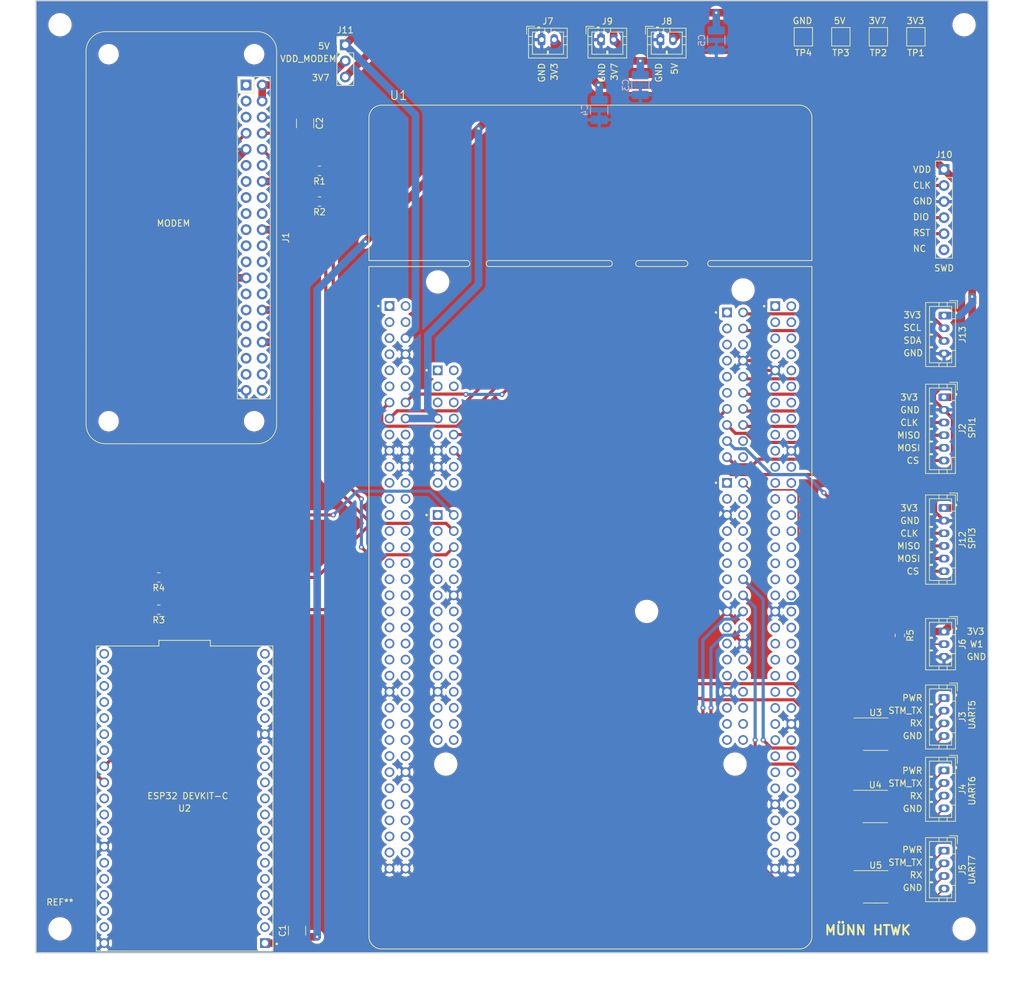
<source format=kicad_pcb>
(kicad_pcb (version 20221018) (generator pcbnew)
  (layers (0 "F.Cu" signal) (31 "B.Cu" signal) (34 "B.Paste" user) (35 "F.Paste" user) (36 "B.SilkS" user "B.Silkscreen") (37 "F.SilkS" user "F.Silkscreen") (38 "B.Mask" user) (39 "F.Mask" user) (44 "Edge.Cuts" user))
  (net 0 "")
  (net 6 "VDD_MODEM")
  (net 8 "GND")
  (net 13 "/NUCLEO_CN11/PIN_A14")
  (net 14 "/NUCLEO_CN11/PIN_A13")
  (net 15 "/NUCLEO_CN11/RESET")
  (net 16 "+3V3")
  (net 77 "Net-(J3-Pin_1)")
  (net 82 "/LTE-MODEM/MODEM_ENABLE")
  (net 84 "/LTE-MODEM/MODEM_RX")
  (net 86 "/LTE-MODEM/MODEM_TX")
  (net 108 "/I2C_OUT/SCL")
  (net 110 "Net-(J3-Pin_2)")
  (net 121 "Net-(J3-Pin_3)")
  (net 123 "Net-(J3-Pin_4)")
  (net 124 "Net-(J4-Pin_1)")
  (net 126 "Net-(J4-Pin_2)")
  (net 138 "/I2C_OUT/SDA")
  (net 144 "Net-(J4-Pin_3)")
  (net 145 "Net-(J4-Pin_4)")
  (net 146 "Net-(J5-Pin_1)")
  (net 148 "Net-(J5-Pin_2)")
  (net 249 "+5V")
  (net 275 "/NUCLEO_CN9/USART2_TX")
  (net 276 "/NUCLEO_CN9/USART2_RX")
  (net 277 "/ESP-32/esp-rx")
  (net 278 "/ESP-32/esp-tx")
  (net 279 "Net-(J5-Pin_3)")
  (net 280 "Net-(J5-Pin_4)")
  (net 281 "/DS18B20_OUT/DS18B20_DATA")
  (net 282 "/NUCLEO_CN8/UART5_TX")
  (net 283 "/NUCLEO_CN8/UART5_RX")
  (net 284 "/NUCLEO_CN10/USART6_TX")
  (net 285 "/NUCLEO_CN10/USART6_RX")
  (net 286 "/NUCLEO_CN10/UART7_RX")
  (net 287 "/NUCLEO_CN10/UART7_TX")
  (net 288 "Net-(J11-Pin_3)")
  (net 290 "/CAMERA_OUT/SPI1_CLK")
  (net 291 "/CAMERA_OUT/SPI1_MISO")
  (net 292 "/CAMERA_OUT/SPI1_MOSI")
  (net 293 "/CAMERA_OUT/SPI1_CS")
  (net 294 "/CAMERA_OUT/SPI3_CLK")
  (net 295 "/CAMERA_OUT/SPI3_MISO")
  (net 296 "/CAMERA_OUT/SPI3_MOSI")
  (net 297 "/CAMERA_OUT/SPI3_CS")
  (footprint "Package_SO:SOIC-8_3.9x4.9mm_P1.27mm" (layer "F.Cu") (at 163.13 149.575)
    (fp_text reference "U4")
    (fp_text value "~")
  )
  (footprint "MountingHole:MountingHole_3.2mm_M3" (layer "F.Cu") (at 34.29 168.91)
    (fp_text reference "REF**")
    (fp_text value "MountingHole_3.2mm_M3" hide)
  )
  (footprint "Connector_PinHeader_2.54mm:PinHeader_1x03_P2.54mm_Vertical" (layer "F.Cu") (at 79.375 29.21)
    (fp_text reference "J11")
    (fp_text value "JUMPER_MODEM_POWER")
  )
  (footprint "esp:MODULE_ESP32-DEVKITC" (layer "F.Cu") (at 53.975 148.315 180)
    (fp_text reference "U2")
    (fp_text value "ESP32-DEVKITC")
  )
  (footprint "Connector_JST:JST_PH_B4B-PH-K_1x04_P2.00mm_Vertical" (layer "F.Cu") (at 173.99 156.56 -90)
    (fp_text reference "J5")
    (fp_text value "UART3")
  )
  (footprint "TestPoint:TestPoint_Pad_2.5x2.5mm" (layer "F.Cu") (at 163.618332 27.94 180)
    (fp_text reference "TP2")
    (fp_text value "TP_3V7")
  )
  (footprint "Capacitor_SMD:C_1210_3225Metric_Pad1.33x2.70mm_HandSolder" (layer "F.Cu") (at 73.025 41.6175 -90)
    (fp_text reference "C2")
    (fp_text value "100nF")
  )
  (footprint "Connector_PinHeader_2.54mm:PinHeader_1x06_P2.54mm_Vertical" (layer "F.Cu") (at 173.99 48.895)
    (fp_text reference "J10")
    (fp_text value "SWD")
  )
  (footprint "Connector_JST:JST_PH_B4B-PH-K_1x04_P2.00mm_Vertical" (layer "F.Cu") (at 174 72 -90)
    (fp_text reference "J13")
    (fp_text value "Conn_01x04")
  )
  (footprint "Connector_JST:JST_PH_B4B-PH-K_1x04_P2.00mm_Vertical" (layer "F.Cu") (at 173.99 132.43 -90)
    (fp_text reference "J3")
    (fp_text value "UART2")
  )
  (footprint "Connector_JST:JST_PH_B2B-PH-K_1x02_P2.00mm_Vertical" (layer "F.Cu") (at 129.175 28.39)
    (fp_text reference "J8")
    (fp_text value "5V_IN")
  )
  (footprint "Capacitor_SMD:C_1210_3225Metric_Pad1.33x2.70mm_HandSolder" (layer "F.Cu") (at 71.755 169.2025 90)
    (fp_text reference "C1")
    (fp_text value "100nF")
  )
  (footprint "Connector_JST:JST_PH_B3B-PH-K_1x03_P2.00mm_Vertical" (layer "F.Cu") (at 173.99 121.92 -90)
    (fp_text reference "J6")
    (fp_text value "DS18B20")
  )
  (footprint "Connector_JST:JST_PH_B6B-PH-K_1x06_P2.00mm_Vertical" (layer "F.Cu") (at 173.99 84.9 -90)
    (fp_text reference "J2")
    (fp_text value "SPI1")
  )
  (footprint "Package_SO:SOIC-8_3.9x4.9mm_P1.27mm" (layer "F.Cu") (at 163.195 138.145)
    (fp_text reference "U3")
    (fp_text value "~")
  )
  (footprint "MountingHole:MountingHole_3.2mm_M3" (layer "F.Cu") (at 177.165 168.91)
    (fp_text reference "REF**" hide)
    (fp_text value "MountingHole_3.2mm_M3")
  )
  (footprint "Resistor_SMD:R_0805_2012Metric_Pad1.20x1.40mm_HandSolder" (layer "F.Cu") (at 75.295 53.975 180)
    (fp_text reference "R2")
    (fp_text value "0R")
  )
  (footprint "TestPoint:TestPoint_Pad_2.5x2.5mm" (layer "F.Cu") (at 169.545 27.94 180)
    (fp_text reference "TP1")
    (fp_text value "TP_3V3")
  )
  (footprint "Resistor_SMD:R_0805_2012Metric_Pad1.20x1.40mm_HandSolder" (layer "F.Cu") (at 49.895 113.38 180)
    (fp_text reference "R4")
    (fp_text value "0R")
  )
  (footprint "Connector_JST:JST_PH_B6B-PH-K_1x06_P2.00mm_Vertical" (layer "F.Cu") (at 173.99 102.395 -90)
    (fp_text reference "J12")
    (fp_text value "SPI3")
  )
  (footprint "Connector_JST:JST_PH_B2B-PH-K_1x02_P2.00mm_Vertical" (layer "F.Cu") (at 119.785 28.39)
    (fp_text reference "J9")
    (fp_text value "3V7_IN")
  )
  (footprint "Resistor_SMD:R_0805_2012Metric_Pad1.20x1.40mm_HandSolder" (layer "F.Cu") (at 49.895 118.46 180)
    (fp_text reference "R3")
    (fp_text value "0R")
  )
  (footprint "MountingHole:MountingHole_3.2mm_M3" (layer "F.Cu") (at 177.165 26.035)
    (fp_text reference "REF**" hide)
    (fp_text value "MountingHole_3.2mm_M3")
  )
  (footprint "Resistor_SMD:R_0805_2012Metric_Pad1.20x1.40mm_HandSolder" (layer "F.Cu") (at 167.005 122.555 -90)
    (fp_text reference "R5")
    (fp_text value "10K")
  )
  (footprint "TestPoint:TestPoint_Pad_2.5x2.5mm" (layer "F.Cu") (at 151.765 27.94 180)
    (fp_text reference "TP4")
    (fp_text value "TP_GND")
  )
  (footprint "Package_SO:SOIC-8_3.9x4.9mm_P1.27mm" (layer "F.Cu") (at 163.195 162.275)
    (fp_text reference "U5")
    (fp_text value "~")
  )
  (footprint "MountingHole:MountingHole_3.2mm_M3" (layer "F.Cu") (at 34.29 26.035)
    (fp_text reference "REF**" hide)
    (fp_text value "MountingHole_3.2mm_M3")
  )
  (footprint "Resistor_SMD:R_0805_2012Metric_Pad1.20x1.40mm_HandSolder" (layer "F.Cu") (at 75.295 49.12 180)
    (fp_text reference "R1")
    (fp_text value "0R")
  )
  (footprint "Connector_JST:JST_PH_B2B-PH-K_1x02_P2.00mm_Vertical" (layer "F.Cu") (at 110.395 28.39)
    (fp_text reference "J7")
    (fp_text value "3V3_IN")
  )
  (footprint "TestPoint:TestPoint_Pad_2.5x2.5mm" (layer "F.Cu") (at 157.691666 27.94 180)
    (fp_text reference "TP3")
    (fp_text value "TP_5V")
  )
  (footprint "pi_hat:PI_ZERO_HAT" (layer "F.Cu") (at 63.7 35.56)
    (fp_text reference "J1")
    (fp_text value "Raspberry_Pi_2_3")
  )
  (footprint "nucleo:MODULE_NUCLEOF756ZG" (layer "F.Cu") (at 118.11 105.415)
    (fp_text reference "U1")
    (fp_text value "NUCLEOF756ZG")
  )
  (footprint "Connector_JST:JST_PH_B4B-PH-K_1x04_P2.00mm_Vertical" (layer "F.Cu") (at 173.99 143.86 -90)
    (fp_text reference "J4")
    (fp_text value "UART2")
  )
  (footprint "Capacitor_SMD:C_1210_3225Metric_Pad1.33x2.70mm_HandSolder" (layer "B.Cu") (at 126 35.5625 -90)
    (fp_text reference "C3")
    (fp_text value "C")
  )
  (footprint "Capacitor_SMD:C_1210_3225Metric_Pad1.33x2.70mm_HandSolder" (layer "B.Cu") (at 119.5 39.5 -90)
    (fp_text reference "C4")
    (fp_text value "C")
  )
  (footprint "Capacitor_SMD:C_1210_3225Metric_Pad1.33x2.70mm_HandSolder" (layer "B.Cu") (at 138 28.5 -90)
    (fp_text reference "C5")
    (fp_text value "C")
  )
  (gr_line (start 180.975 22.225) (end 30.48 22.225) (stroke (width 0.2)) (layer "Edge.Cuts"))
  (gr_line (start 30.48 172.72) (end 180.975 172.72) (stroke (width 0.2)) (layer "Edge.Cuts"))
  (gr_line (start 180.975 172.72) (end 180.975 22.225) (stroke (width 0.2)) (layer "Edge.Cuts"))
  (gr_line (start 30.48 22.225) (end 30.48 172.72) (stroke (width 0.2)) (layer "Edge.Cuts"))
  (gr_text "RST" (at 169 59.5) (layer "F.SilkS") (effects (font (size 1 1)) (justify left bottom)))
  (gr_text "GND" (at 167.5 78.5) (layer "F.SilkS") (effects (font (size 1 1)) (justify left bottom)))
  (gr_text "RX" (at 168.5 137) (layer "F.SilkS") (effects (font (size 1 1)) (justify left bottom)))
  (gr_text "MODEM" (at 49.5 58) (layer "F.SilkS") (effects (font (size 1 1)) (justify left bottom)))
  (gr_text "STM_TX\n" (at 165.119047 159) (layer "F.SilkS") (effects (font (size 1 1)) (justify left bottom)))
  (gr_text "GND" (at 169 54.5) (layer "F.SilkS") (effects (font (size 1 1)) (justify left bottom)))
  (gr_text "GND\n" (at 120.5 35.238095 90) (layer "F.SilkS") (effects (font (size 1 1)) (justify left bottom)))
  (gr_text "ESP32 DEVKIT-C" (at 48 148.5) (layer "F.SilkS") (effects (font (size 1 1)) (justify left bottom)))
  (gr_text "PWR" (at 167.309524 133) (layer "F.SilkS") (effects (font (size 1 1)) (justify left bottom)))
  (gr_text "GND\n" (at 167 87.5) (layer "F.SilkS") (effects (font (size 1 1)) (justify left bottom)))
  (gr_text "VDD" (at 169 49.5) (layer "F.SilkS") (effects (font (size 1 1)) (justify left bottom)))
  (gr_text "NC" (at 169 62) (layer "F.SilkS") (effects (font (size 1 1)) (justify left bottom)))
  (gr_text "UART7" (at 179 162 90) (layer "F.SilkS") (effects (font (size 1 1)) (justify left bottom)))
  (gr_text "CS" (at 168 95.5) (layer "F.SilkS") (effects (font (size 1 1)) (justify left bottom)))
  (gr_text "GND\n" (at 167 105) (layer "F.SilkS") (effects (font (size 1 1)) (justify left bottom)))
  (gr_text "3V3\n" (at 167 85.5) (layer "F.SilkS") (effects (font (size 1 1)) (justify left bottom)))
  (gr_text "SDA" (at 167.5 76.5) (layer "F.SilkS") (effects (font (size 1 1)) (justify left bottom)))
  (gr_text "3V7\n" (at 122.5 34.952381 90) (layer "F.SilkS") (effects (font (size 1 1)) (justify left bottom)))
  (gr_text "SCL" (at 167.5 74.5) (layer "F.SilkS") (effects (font (size 1 1)) (justify left bottom)))
  (gr_text "3V3\n" (at 167 103) (layer "F.SilkS") (effects (font (size 1 1)) (justify left bottom)))
  (gr_text "5V" (at 75 30) (layer "F.SilkS") (effects (font (size 1 1)) (justify left bottom)))
  (gr_text "STM_TX\n" (at 165.119047 135) (layer "F.SilkS") (effects (font (size 1 1)) (justify left bottom)))
  (gr_text "STM_TX\n" (at 165.119047 146.5) (layer "F.SilkS") (effects (font (size 1 1)) (justify left bottom)))
  (gr_text "3V7" (at 74 35) (layer "F.SilkS") (effects (font (size 1 1)) (justify left bottom)))
  (gr_text "3V7" (at 162 26) (layer "F.SilkS") (effects (font (size 1 1)) (justify left bottom)))
  (gr_text "PWR" (at 167.309524 157) (layer "F.SilkS") (effects (font (size 1 1)) (justify left bottom)))
  (gr_text "MISO\n" (at 166.5 109) (layer "F.SilkS") (effects (font (size 1 1)) (justify left bottom)))
  (gr_text "RX" (at 168.5 161) (layer "F.SilkS") (effects (font (size 1 1)) (justify left bottom)))
  (gr_text "RX" (at 168.5 148.5) (layer "F.SilkS") (effects (font (size 1 1)) (justify left bottom)))
  (gr_text "SPI1" (at 179 91.5 90) (layer "F.SilkS") (effects (font (size 1 1)) (justify left bottom)))
  (gr_text "UART5" (at 179 137.5 90) (layer "F.SilkS") (effects (font (size 1 1)) (justify left bottom)))
  (gr_text "VDD_MODEM" (at 69 32) (layer "F.SilkS") (effects (font (size 1 1)) (justify left bottom)))
  (gr_text "3V3" (at 168 26) (layer "F.SilkS") (effects (font (size 1 1)) (justify left bottom)))
  (gr_text "SPI3" (at 179 109 90) (layer "F.SilkS") (effects (font (size 1 1)) (justify left bottom)))
  (gr_text "GND" (at 111 35.238095 90) (layer "F.SilkS") (effects (font (size 1 1)) (justify left bottom)))
  (gr_text "PWR" (at 167.309524 144.5) (layer "F.SilkS") (effects (font (size 1 1)) (justify left bottom)))
  (gr_text "5V" (at 132 34 90) (layer "F.SilkS") (effects (font (size 1 1)) (justify left bottom)))
  (gr_text "GND" (at 129.5 35.238095 90) (layer "F.SilkS") (effects (font (size 1 1)) (justify left bottom)))
  (gr_text "UART6" (at 179 149.5 90) (layer "F.SilkS") (effects (font (size 1 1)) (justify left bottom)))
  (gr_text "3V3" (at 167.5 72.5) (layer "F.SilkS") (effects (font (size 1 1)) (justify left bottom)))
  (gr_text "GND" (at 150 26) (layer "F.SilkS") (effects (font (size 1 1)) (justify left bottom)))
  (gr_text "MISO\n" (at 166.5 91.5) (layer "F.SilkS") (effects (font (size 1 1)) (justify left bottom)))
  (gr_text "CLK\n" (at 167 89.5) (layer "F.SilkS") (effects (font (size 1 1)) (justify left bottom)))
  (gr_text "GND" (at 167.404762 163) (layer "F.SilkS") (effects (font (size 1 1)) (justify left bottom)))
  (gr_text "DIO" (at 169 57) (layer "F.SilkS") (effects (font (size 1 1)) (justify left bottom)))
  (gr_text "3V3\n" (at 113 34.952381 90) (layer "F.SilkS") (effects (font (size 1 1)) (justify left bottom)))
  (gr_text "MOSI\n" (at 166.5 111) (layer "F.SilkS") (effects (font (size 1 1)) (justify left bottom)))
  (gr_text "3V3" (at 177.5 122.5) (layer "F.SilkS") (effects (font (size 1 1)) (justify left bottom)))
  (gr_text "MÜNN HTWK\n" (at 155 170) (layer "F.SilkS") (effects (font (size 1.5 1.5) (thickness 0.3) bold) (justify left bottom)))
  (gr_text "CLK" (at 169 52) (layer "F.SilkS") (effects (font (size 1 1)) (justify left bottom)))
  (gr_text "5V" (at 156.5 26) (layer "F.SilkS") (effects (font (size 1 1)) (justify left bottom)))
  (gr_text "GND" (at 167.404762 150.5) (layer "F.SilkS") (effects (font (size 1 1)) (justify left bottom)))
  (gr_text "W1" (at 178 124.5) (layer "F.SilkS") (effects (font (size 1 1)) (justify left bottom)))
  (gr_text "GND" (at 167.404762 139) (layer "F.SilkS") (effects (font (size 1 1)) (justify left bottom)))
  (gr_text "MOSI\n" (at 166.5 93.5) (layer "F.SilkS") (effects (font (size 1 1)) (justify left bottom)))
  (gr_text "CS" (at 168 113) (layer "F.SilkS") (effects (font (size 1 1)) (justify left bottom)))
  (gr_text "CLK\n" (at 167 107) (layer "F.SilkS") (effects (font (size 1 1)) (justify left bottom)))
  (gr_text "GND" (at 177.5 126.5) (layer "F.SilkS") (effects (font (size 1 1)) (justify left bottom)))
  (segment (start 73.025 38.1) (end 75.565 35.56) (width 1.2) (layer "F.Cu") (net 6))
  (segment (start 73.025 40.055) (end 73.025 38.1) (width 1.2) (layer "F.Cu") (net 6))
  (segment (start 75.565 35.56) (end 79.375 31.75) (width 1.2) (layer "F.Cu") (net 6))
  (segment (start 66.24 38.1) (end 66.24 35.56) (width 1.2) (layer "F.Cu") (net 6))
  (segment (start 66.24 35.56) (end 75.565 35.56) (width 1.2) (layer "F.Cu") (net 6))
  (segment (start 172.665 98.22) (end 175.315 95.57) (width 0.5) (layer "F.Cu") (net 8))
  (segment (start 66.24 71.12) (end 68.12 71.12) (width 1.2) (layer "F.Cu") (net 8))
  (segment (start 142.24 79.121) (end 143.621 79.121) (width 0.5) (layer "F.Cu") (net 8))
  (segment (start 172.665 103.07) (end 172.665 98.22) (width 0.5) (layer "F.Cu") (net 8))
  (segment (start 68.5 51) (end 68.5 58.5) (width 1.2) (layer "F.Cu") (net 8))
  (segment (start 176.25 77.75) (end 176 78) (width 0.5) (layer "F.Cu") (net 8))
  (segment (start 172.5 84.418122) (end 172.5 85.41) (width 0.5) (layer "F.Cu") (net 8))
  (segment (start 68.3 50.8) (end 68.5 51) (width 1.2) (layer "F.Cu") (net 8))
  (segment (start 61.5 66) (end 61.5 47.92) (width 1.2) (layer "F.Cu") (net 8))
  (segment (start 173.99 104.395) (end 172.665 103.07) (width 0.5) (layer "F.Cu") (net 8))
  (segment (start 176.5 77.5) (end 176.25 77.75) (width 0.5) (layer "F.Cu") (net 8))
  (segment (start 63.7 66.04) (end 61.54 66.04) (width 1.2) (layer "F.Cu") (net 8))
  (segment (start 66.24 50.8) (end 68.3 50.8) (width 1.2) (layer "F.Cu") (net 8))
  (segment (start 61.5 47.92) (end 63.7 45.72) (width 1.2) (layer "F.Cu") (net 8))
  (segment (start 176 78) (end 174 78) (width 0.5) (layer "F.Cu") (net 8))
  (segment (start 66.24 58.42) (end 67.42 58.42) (width 1.2) (layer "F.Cu") (net 8))
  (segment (start 175.315 95.57) (end 175.315 88.225) (width 0.5) (layer "F.Cu") (net 8))
  (segment (start 175.29 81.628122) (end 175.29 78.71) (width 0.5) (layer "F.Cu") (net 8))
  (segment (start 67.5 58.5) (end 68.5 58.5) (width 1.2) (layer "F.Cu") (net 8))
  (segment (start 175.315 88.225) (end 173.99 86.9) (width 0.5) (layer "F.Cu") (net 8))
  (segment (start 176.5 55) (end 176.5 77.5) (width 0.5) (layer "F.Cu") (net 8))
  (segment (start 67.42 58.42) (end 67.5 58.5) (width 1.2) (layer "F.Cu") (net 8))
  (segment (start 66.24 76.2) (end 68.3 76.2) (width 1.2) (layer "F.Cu") (net 8))
  (segment (start 61.54 66.04) (end 61.5 66) (width 1.2) (layer "F.Cu") (net 8))
  (segment (start 68.5 71.5) (end 68 71) (width 1.2) (layer "F.Cu") (net 8))
  (segment (start 173.99 53.975) (end 175.475 53.975) (width 0.5) (layer "F.Cu") (net 8))
  (segment (start 143.621 79.121) (end 145.165 80.665) (width 0.5) (layer "F.Cu") (net 8))
  (segment (start 175.29 78.71) (end 176.25 77.75) (width 0.5) (layer "F.Cu") (net 8))
  (segment (start 68.5 76) (end 68.5 71.5) (width 1.2) (layer "F.Cu") (net 8))
  (segment (start 175.475 53.975) (end 176.5 55) (width 0.5) (layer "F.Cu") (net 8))
  (segment (start 175.29 81.628122) (end 172.5 84.418122) (width 0.5) (layer "F.Cu") (net 8))
  (segment (start 68.12 71.12) (end 68.5 71.5) (width 1.2) (layer "F.Cu") (net 8))
  (segment (start 70.485 40.64) (end 66.24 40.64) (width 0.5) (layer "F.Cu") (net 8))
  (segment (start 68.3 76.2) (end 68.5 76) (width 1.2) (layer "F.Cu") (net 8))
  (segment (start 73.025 43.18) (end 70.485 40.64) (width 0.5) (layer "F.Cu") (net 8))
  (segment (start 145.165 80.665) (end 147.32 80.665) (width 0.5) (layer "F.Cu") (net 8))
  (segment (start 172.5 85.41) (end 173.99 86.9) (width 0.5) (layer "F.Cu") (net 8))
  (segment (start 147.32 118.765) (end 148.585 117.5) (width 0.5) (layer "B.Cu") (net 8))
  (segment (start 136.5 106.705) (end 139.7 103.505) (width 1.2) (layer "B.Cu") (net 8))
  (segment (start 156 99.505) (end 149.86 93.365) (width 0.5) (layer "B.Cu") (net 8))
  (segment (start 148.585 117.5) (end 150.30327 117.5) (width 0.5) (layer "B.Cu") (net 8))
  (segment (start 139.7 118.745) (end 136.5 115.545) (width 1.2) (layer "B.Cu") (net 8))
  (segment (start 156 111.80327) (end 156 99.505) (width 0.5) (layer "B.Cu") (net 8))
  (segment (start 150.30327 117.5) (end 156 111.80327) (width 0.5) (layer "B.Cu") (net 8))
  (segment (start 136.5 115.545) (end 136.5 106.705) (width 1.2) (layer "B.Cu") (net 8))
  (segment (start 173.99 51.435) (end 132.63827 51.435) (width 0.5) (layer "F.Cu") (net 13))
  (segment (start 97.02327 87.05) (end 87.575 87.05) (width 0.5) (layer "F.Cu") (net 13))
  (segment (start 132.63827 51.435) (end 97.02327 87.05) (width 0.5) (layer "F.Cu") (net 13))
  (segment (start 87.575 87.05) (end 86.36 88.265) (width 0.5) (layer "F.Cu") (net 13))
  (segment (start 85.145 88.955) (end 85.145 86.94) (width 0.5) (layer "F.Cu") (net 14))
  (segment (start 97.02327 89.48) (end 85.67 89.48) (width 0.5) (layer "F.Cu") (net 14))
  (segment (start 129.98827 56.515) (end 97.02327 89.48) (width 0.5) (layer "F.Cu") (net 14))
  (segment (start 85.145 86.94) (end 86.36 85.725) (width 0.5) (layer "F.Cu") (net 14))
  (segment (start 173.99 56.515) (end 129.98827 56.515) (width 0.5) (layer "F.Cu") (net 14))
  (segment (start 85.67 89.48) (end 85.145 88.955) (width 0.5) (layer "F.Cu") (net 14))
  (segment (start 98.37 84.4) (end 98.420594 84.450594) (width 0.5) (layer "F.Cu") (net 15))
  (segment (start 88.9 85.725) (end 90.225 84.4) (width 0.5) (layer "F.Cu") (net 15))
  (segment (start 173.99 59.055) (end 129.54 59.055) (width 0.5) (layer "F.Cu") (net 15))
  (segment (start 129.54 59.055) (end 104.14 84.455) (width 0.5) (layer "F.Cu") (net 15))
  (segment (start 90.225 84.4) (end 98.37 84.4) (width 0.5) (layer "F.Cu") (net 15))
  (via (at 104.14 84.455) (size 0.8) (drill 0.4) (layers "F.Cu" "B.Cu") (net 15))
  (via (at 98.420594 84.450594) (size 0.8) (drill 0.4) (layers "F.Cu" "B.Cu") (net 15))
  (segment (start 98.420594 84.450594) (end 104.135594 84.450594) (width 0.5) (layer "B.Cu") (net 15))
  (segment (start 104.135594 84.450594) (end 104.14 84.455) (width 0.5) (layer "B.Cu") (net 15))
  (segment (start 71.355 171.165) (end 72.34 170.18) (width 1.2) (layer "F.Cu") (net 16))
  (segment (start 168.055 128.905) (end 177.165 128.905) (width 1.2) (layer "F.Cu") (net 16))
  (segment (start 178.435 88.47) (end 178.435 82.5) (width 1.2) (layer "F.Cu") (net 16))
  (segment (start 173.99 121.92) (end 167.37 121.92) (width 1.2) (layer "F.Cu") (net 16))
  (segment (start 112.395 28.39) (end 112.395 28.575) (width 1.2) (layer "F.Cu") (net 16))
  (segment (start 168.055 153.035) (end 176.53 153.035) (width 1.2) (layer "F.Cu") (net 16))
  (segment (start 178.435 139.065) (end 178.435 127.635) (width 1.2) (layer "F.Cu") (net 16))
  (segment (start 112.395 28.575) (end 119.38 35.56) (width 1.2) (layer "F.Cu") (net 16))
  (segment (start 66.675 171.165) (end 71.355 171.165) (width 1.2) (layer "F.Cu") (net 16))
  (segment (start 178.435 53.34) (end 173.99 48.895) (width 1.2) (layer "F.Cu") (net 16))
  (segment (start 178.435 102.87) (end 178.435 117.475) (width 1.2) (layer "F.Cu") (net 16))
  (segment (start 178.435 151.13) (end 178.435 139.065) (width 1.2) (layer "F.Cu") (net 16))
  (segment (start 100.4375 42.4375) (end 82.55 60.325) (width 1.2) (layer "F.Cu") (net 16))
  (segment (start 178.435 88.47) (end 178.435 102.87) (width 1.2) (layer "F.Cu") (net 16))
  (segment (start 71.355 171.165) (end 71.755 170.765) (width 1.2) (layer "F.Cu") (net 16))
  (segment (start 173.99 84.9) (end 176.035 84.9) (width 1.2) (layer "F.Cu") (net 16))
  (segment (start 178.435 117.475) (end 173.99 121.92) (width 1.2) (layer "F.Cu") (net 16))
  (segment (start 160.02 35.56) (end 161.925 35.56) (width 1.2) (layer "F.Cu") (net 16))
  (segment (start 176.53 153.035) (end 178.435 151.13) (width 1.2) (layer "F.Cu") (net 16))
  (segment (start 167.37 121.92) (end 167.005 121.555) (width 1.2) (layer "F.Cu") (net 16))
  (segment (start 112.395 28.39) (end 112.395 30.48) (width 1.2) (layer "F.Cu") (net 16))
  (segment (start 178.435 69) (end 178.435 53.34) (width 1.2) (layer "F.Cu") (net 16))
  (segment (start 176.035 84.9) (end 178.435 82.5) (width 1.2) (layer "F.Cu") (net 16))
  (segment (start 167.084899 121.555) (end 167.005 121.555) (width 1.2) (layer "F.Cu") (net 16))
  (segment (start 160.72 136.24) (end 168.055 128.905) (width 1.2) (layer "F.Cu") (net 16))
  (segment (start 72.34 170.18) (end 74.93 170.18) (width 1.2) (layer "F.Cu") (net 16))
  (segment (start 177.165 128.905) (end 178.435 127.635) (width 1.2) (layer "F.Cu") (net 16))
  (segment (start 177.96 102.395) (end 178.435 102.87) (width 1.2) (layer "F.Cu") (net 16))
  (segment (start 160.655 147.67) (end 167.35 140.975) (width 1.2) (layer "F.Cu") (net 16))
  (segment (start 112.395 30.48) (end 100.4375 42.4375) (width 1.2) (layer "F.Cu") (net 16))
  (segment (start 178.435 127.635) (end 178.435 117.475) (width 1.2) (layer "F.Cu") (net 16))
  (segment (start 119.38 35.56) (end 160.02 35.56) (width 1.2) (layer "F.Cu") (net 16))
  (segment (start 173.99 48.895) (end 160.655 35.56) (width 1.2) (layer "F.Cu") (net 16))
  (segment (start 161.925 35.56) (end 169.545 27.94) (width 1.2) (layer "F.Cu") (net 16))
  (segment (start 173.99 102.395) (end 177.96 102.395) (width 1.2) (layer "F.Cu") (net 16))
  (segment (start 178.435 82.5) (end 178.435 69) (width 1.2) (layer "F.Cu") (net 16))
  (segment (start 167.35 140.975) (end 176.525 140.975) (width 1.2) (layer "F.Cu") (net 16))
  (segment (start 160.72 160.37) (end 168.055 153.035) (width 1.2) (layer "F.Cu") (net 16))
  (segment (start 176.525 140.975) (end 178.435 139.065) (width 1.2) (layer "F.Cu") (net 16))
  (segment (start 160.655 35.56) (end 160.02 35.56) (width 1.2) (layer "F.Cu") (net 16))
  (via (at 82.55 60.325) (size 0.8) (drill 0.4) (layers "F.Cu" "B.Cu") (net 16))
  (via (at 74.93 170.18) (size 0.8) (drill 0.4) (layers "F.Cu" "B.Cu") (net 16))
  (via (at 178.435 69) (size 0.8) (drill 0.4) (layers "F.Cu" "B.Cu") (net 16))
  (via (at 119.38 35.56) (size 0.8) (drill 0.4) (layers "F.Cu" "B.Cu") (net 16))
  (via (at 100.4375 42.4375) (size 0.8) (drill 0.4) (layers "F.Cu" "B.Cu") (net 16))
  (segment (start 174 72) (end 176.5 72) (width 1.2) (layer "B.Cu") (net 16))
  (segment (start 92.415 86.7) (end 92.415 75.085) (width 1.2) (layer "B.Cu") (net 16))
  (segment (start 178.5 69.065) (end 178.435 69) (width 1.2) (layer "B.Cu") (net 16))
  (segment (start 74.93 170.18) (end 74.93 86.995) (width 1.2) (layer "B.Cu") (net 16))
  (segment (start 93.98 88.265) (end 92.415 86.7) (width 1.2) (layer "B.Cu") (net 16))
  (segment (start 92.415 75.085) (end 100.4375 67.0625) (width 1.2) (layer "B.Cu") (net 16))
  (segment (start 176.5 72) (end 178.5 70) (width 1.2) (layer "B.Cu") (net 16))
  (segment (start 93.98 88.265) (end 88.9 88.265) (width 1.2) (layer "B.Cu") (net 16))
  (segment (start 178.5 70) (end 178.5 69.065) (width 1.2) (layer "B.Cu") (net 16))
  (segment (start 119.5 37.9375) (end 119.5 35.68) (width 1.2) (layer "B.Cu") (net 16))
  (segment (start 74.93 86.995) (end 74.93 67.945) (width 1.2) (layer "B.Cu") (net 16))
  (segment (start 82.55 60.325) (end 74.93 67.945) (width 1.2) (layer "B.Cu") (net 16))
  (segment (start 119.5 35.68) (end 119.38 35.56) (width 1.2) (layer "B.Cu") (net 16))
  (segment (start 100.4375 67.0625) (end 100.4375 42.4375) (width 1.2) (layer "B.Cu") (net 16))
  (segment (start 165.67 136.24) (end 170.18 136.24) (width 0.25) (layer "F.Cu") (net 77))
  (segment (start 170.18 136.24) (end 173.99 132.43) (width 0.25) (layer "F.Cu") (net 77))
  (segment (start 60.325 46.555) (end 63.7 43.18) (width 0.5) (layer "F.Cu") (net 82))
  (segment (start 67.31 103.505) (end 60.325 96.52) (width 0.5) (layer "F.Cu") (net 82))
  (segment (start 77.47 103.505) (end 67.31 103.505) (width 0.5) (layer "F.Cu") (net 82))
  (segment (start 60.325 96.52) (end 60.325 46.555) (width 0.5) (layer "F.Cu") (net 82))
  (via (at 77.47 103.505) (size 0.8) (drill 0.4) (layers "F.Cu" "B.Cu") (net 82))
  (segment (start 92.765 99.75) (end 81.225 99.75) (width 0.5) (layer "B.Cu") (net 82))
  (segment (start 96.52 103.505) (end 92.765 99.75) (width 0.5) (layer "B.Cu") (net 82))
  (segment (start 81.225 99.75) (end 77.47 103.505) (width 0.5) (layer "B.Cu") (net 82))
  (segment (start 66.24 43.18) (end 68.355 43.18) (width 0.5) (layer "F.Cu") (net 84))
  (segment (start 68.355 43.18) (end 74.295 49.12) (width 0.5) (layer "F.Cu") (net 84))
  (segment (start 66.24 45.72) (end 74.295 53.775) (width 0.5) (layer "F.Cu") (net 86))
  (segment (start 74.295 53.775) (end 74.295 53.975) (width 0.5) (layer "F.Cu") (net 86))
  (segment (start 142.459 71.72) (end 171.72 71.72) (width 0.5) (layer "F.Cu") (net 108))
  (segment (start 171.72 71.72) (end 174 74) (width 0.5) (layer "F.Cu") (net 108))
  (segment (start 174 74) (end 173.74 74.26) (width 0.5) (layer "F.Cu") (net 108))
  (segment (start 142.24 71.501) (end 142.459 71.72) (width 0.5) (layer "F.Cu") (net 108))
  (segment (start 165.67 137.51) (end 170.91 137.51) (width 0.25) (layer "F.Cu") (net 110))
  (segment (start 170.91 137.51) (end 173.99 134.43) (width 0.25) (layer "F.Cu") (net 110))
  (segment (start 171.64 138.78) (end 173.99 136.43) (width 0.25) (layer "F.Cu") (net 121))
  (segment (start 165.67 138.78) (end 171.64 138.78) (width 0.25) (layer "F.Cu") (net 121))
  (segment (start 172.37 140.05) (end 173.99 138.43) (width 0.25) (layer "F.Cu") (net 123))
  (segment (start 165.67 140.05) (end 172.37 140.05) (width 0.25) (layer "F.Cu") (net 123))
  (segment (start 170.18 147.67) (end 173.99 143.86) (width 0.25) (layer "F.Cu") (net 124))
  (segment (start 165.605 147.67) (end 170.18 147.67) (width 0.25) (layer "F.Cu") (net 124))
  (segment (start 170.91 148.94) (end 173.99 145.86) (width 0.25) (layer "F.Cu") (net 126))
  (segment (start 165.605 148.94) (end 170.91 148.94) (width 0.25) (layer "F.Cu") (net 126))
  (segment (start 142.569 74.37) (end 142.24 74.041) (width 0.5) (layer "F.Cu") (net 138))
  (segment (start 174 76) (end 172.37 74.37) (width 0.5) (layer "F.Cu") (net 138))
  (segment (start 172.37 74.37) (end 142.569 74.37) (width 0.5) (layer "F.Cu") (net 138))
  (segment (start 165.605 150.21) (end 171.64 150.21) (width 0.25) (layer "F.Cu") (net 144))
  (segment (start 171.64 150.21) (end 173.99 147.86) (width 0.25) (layer "F.Cu") (net 144))
  (segment (start 165.605 151.48) (end 172.37 151.48) (width 0.25) (layer "F.Cu") (net 145))
  (segment (start 172.37 151.48) (end 173.99 149.86) (width 0.25) (layer "F.Cu") (net 145))
  (segment (start 170.18 160.37) (end 173.99 156.56) (width 0.25) (layer "F.Cu") (net 146))
  (segment (start 165.67 160.37) (end 170.18 160.37) (width 0.25) (layer "F.Cu") (net 146))
  (segment (start 165.67 161.64) (end 170.91 161.64) (width 0.25) (layer "F.Cu") (net 148))
  (segment (start 170.91 161.64) (end 173.99 158.56) (width 0.25) (layer "F.Cu") (net 148))
  (segment (start 131.175 28.39) (end 131.175 26.315) (width 1.2) (layer "F.Cu") (net 249))
  (segment (start 138 24.13) (end 153.881666 24.13) (width 1.2) (layer "F.Cu") (net 249))
  (segment (start 131.175 26.315) (end 128.355 23.495) (width 1.2) (layer "F.Cu") (net 249))
  (segment (start 133.675 25.89) (end 133.675 25.71) (width 1.2) (layer "F.Cu") (net 249))
  (segment (start 128.355 23.495) (end 85.09 23.495) (width 1.2) (layer "F.Cu") (net 249))
  (segment (start 135.255 24.13) (end 138 24.13) (width 1.2) (layer "F.Cu") (net 249))
  (segment (start 153.881666 24.13) (end 157.691666 27.94) (width 1.2) (layer "F.Cu") (net 249))
  (segment (start 133.675 25.71) (end 135.255 24.13) (width 1.2) (layer "F.Cu") (net 249))
  (segment (start 131.175 28.39) (end 133.675 25.89) (width 1.2) (layer "F.Cu") (net 249))
  (segment (start 85.09 23.495) (end 79.375 29.21) (width 1.2) (layer "F.Cu") (net 249))
  (via (at 138 24.13) (size 0.8) (drill 0.4) (layers "F.Cu" "B.Cu") (net 249))
  (segment (start 138 26.9375) (end 138 24.13) (width 1.2) (layer "B.Cu") (net 249))
  (segment (start 90.465 40.3) (end 79.375 29.21) (width 1.2) (layer "B.Cu") (net 249))
  (segment (start 90.465 74) (end 90.465 40.3) (width 1.2) (layer "B.Cu") (net 249))
  (segment (start 88.9 75.565) (end 90.465 74) (width 1.2) (layer "B.Cu") (net 249))
  (segment (start 77.47 50.295) (end 76.295 49.12) (width 0.5) (layer "F.Cu") (net 275))
  (segment (start 77.47 96.52) (end 77.47 50.295) (width 0.5) (layer "F.Cu") (net 275))
  (segment (start 50.895 118.46) (end 77.19673 118.46) (width 0.5) (layer "F.Cu") (net 275))
  (segment (start 95.305 109.8) (end 96.52 108.585) (width 0.5) (layer "F.Cu") (net 275))
  (segment (start 84.493365 111.163365) (end 85.85673 109.8) (width 0.5) (layer "F.Cu") (net 275))
  (segment (start 77.19673 118.46) (end 84.493365 111.163365) (width 0.5) (layer "F.Cu") (net 275))
  (segment (start 85.85673 109.8) (end 95.305 109.8) (width 0.5) (layer "F.Cu") (net 275))
  (segment (start 84.493365 111.163365) (end 81.915 108.585) (width 0.5) (layer "F.Cu") (net 275))
  (segment (start 81.915 100.965) (end 77.47 96.52) (width 0.5) (layer "F.Cu") (net 275))
  (via (at 81.915 108.585) (size 0.8) (drill 0.4) (layers "F.Cu" "B.Cu") (net 275))
  (via (at 81.915 100.965) (size 0.8) (drill 0.4) (layers "F.Cu" "B.Cu") (net 275))
  (segment (start 81.915 108.585) (end 81.915 100.965) (width 0.5) (layer "B.Cu") (net 275))
  (segment (start 76.295 97.69827) (end 83.42673 104.83) (width 0.5) (layer "F.Cu") (net 276))
  (segment (start 76.295 53.975) (end 76.295 97.69827) (width 0.5) (layer "F.Cu") (net 276))
  (segment (start 83.42673 104.83) (end 95.305 104.83) (width 0.5) (layer "F.Cu") (net 276))
  (segment (start 95.305 104.83) (end 96.52 106.045) (width 0.5) (layer "F.Cu") (net 276))
  (segment (start 50.895 113.38) (end 74.87673 113.38) (width 0.5) (layer "F.Cu") (net 276))
  (segment (start 74.87673 113.38) (end 83.42673 104.83) (width 0.5) (layer "F.Cu") (net 276))
  (segment (start 48.895 118.46) (end 48.895 135.605) (width 0.5) (layer "F.Cu") (net 277))
  (segment (start 48.895 135.605) (end 41.275 143.225) (width 0.5) (layer "F.Cu") (net 277))
  (segment (start 48.895 113.38) (end 39.37 122.905) (width 0.5) (layer "F.Cu") (net 278))
  (segment (start 39.37 143.86) (end 41.275 145.765) (width 0.5) (layer "F.Cu") (net 278))
  (segment (start 39.37 122.905) (end 39.37 143.86) (width 0.5) (layer "F.Cu") (net 278))
  (segment (start 165.67 162.91) (end 171.64 162.91) (width 0.25) (layer "F.Cu") (net 279))
  (segment (start 171.64 162.91) (end 173.99 160.56) (width 0.25) (layer "F.Cu") (net 279))
  (segment (start 172.37 164.18) (end 173.99 162.56) (width 0.25) (layer "F.Cu") (net 280))
  (segment (start 165.67 164.18) (end 172.37 164.18) (width 0.25) (layer "F.Cu") (net 280))
  (segment (start 150.95 107.5) (end 150.95 100.173507) (width 0.25) (layer "F.Cu") (net 281))
  (segment (start 150.95 100.173507) (end 150.311493 99.535) (width 0.25) (layer "F.Cu") (net 281))
  (segment (start 173.99 123.92) (end 167.37 123.92) (width 0.25) (layer "F.Cu") (net 281))
  (segment (start 167.005 123.555) (end 150.95 107.5) (width 0.25) (layer "F.Cu") (net 281))
  (segment (start 167.37 123.92) (end 167.005 123.555) (width 0.25) (layer "F.Cu") (net 281))
  (segment (start 143.35 99.535) (end 142.24 98.425) (width 0.25) (layer "F.Cu") (net 281))
  (segment (start 150.311493 99.535) (end 143.35 99.535) (width 0.25) (layer "F.Cu") (net 281))
  (segment (start 110 130.175) (end 110 130) (width 0.5) (layer "F.Cu") (net 282))
  (segment (start 157.62327 137.51) (end 150.28827 130.175) (width 0.5) (layer "F.Cu") (net 282))
  (segment (start 160.72 137.51) (end 157.62327 137.51) (width 0.5) (layer "F.Cu") (net 282))
  (segment (start 110 130) (end 102.5 122.5) (width 0.5) (layer "F.Cu") (net 282))
  (segment (start 150.28827 130.175) (end 110 130.175) (width 0.5) (layer "F.Cu") (net 282))
  (segment (start 102.5 122.5) (end 102.5 95) (width 0.5) (layer "F.Cu") (net 282))
  (segment (start 102.5 95) (end 98.305 90.805) (width 0.5) (layer "F.Cu") (net 282))
  (segment (start 98.305 90.805) (end 96.52 90.805) (width 0.5) (layer "F.Cu") (net 282))
  (segment (start 107.5 132.5) (end 100 125) (width 0.5) (layer "F.Cu") (net 283))
  (segment (start 100 125) (end 100 96.825) (width 0.5) (layer "F.Cu") (net 283))
  (segment (start 150.28827 132.715) (end 135.89 132.715) (width 0.5) (layer "F.Cu") (net 283))
  (segment (start 160.72 138.78) (end 156.35327 138.78) (width 0.5) (layer "F.Cu") (net 283))
  (segment (start 100 96.825) (end 96.52 93.345) (width 0.5) (layer "F.Cu") (net 283))
  (segment (start 135.89 132.715) (end 135.675 132.5) (width 0.5) (layer "F.Cu") (net 283))
  (segment (start 156.35327 138.78) (end 150.28827 132.715) (width 0.5) (layer "F.Cu") (net 283))
  (segment (start 135.675 132.5) (end 107.5 132.5) (width 0.5) (layer "F.Cu") (net 283))
  (segment (start 159.680001 148.94) (end 151.075001 140.335) (width 0.5) (layer "F.Cu") (net 284))
  (segment (start 146.685 140.335) (end 145.415 139.065) (width 0.5) (layer "F.Cu") (net 284))
  (segment (start 151.075001 140.335) (end 146.85173 140.335) (width 0.5) (layer "F.Cu") (net 284))
  (segment (start 146.85173 140.335) (end 146.685 140.335) (width 0.5) (layer "F.Cu") (net 284))
  (segment (start 160.655 148.94) (end 159.680001 148.94) (width 0.5) (layer "F.Cu") (net 284))
  (via (at 145.415 139.065) (size 0.8) (drill 0.4) (layers "F.Cu" "B.Cu") (net 284))
  (segment (start 145.415 139.065) (end 145.415 116.84) (width 0.5) (layer "B.Cu") (net 284))
  (segment (start 145.415 116.84) (end 142.24 113.665) (width 0.5) (layer "B.Cu") (net 284))
  (segment (start 150.28827 142.875) (end 145.415 142.875) (width 0.5) (layer "F.Cu") (net 285))
  (segment (start 157.62327 150.21) (end 150.28827 142.875) (width 0.5) (layer "F.Cu") (net 285))
  (segment (start 160.655 150.21) (end 157.62327 150.21) (width 0.5) (layer "F.Cu") (net 285))
  (segment (start 145.415 142.875) (end 144.145 141.605) (width 0.5) (layer "F.Cu") (net 285))
  (segment (start 144.145 141.605) (end 144.145 139.065) (width 0.5) (layer "F.Cu") (net 285))
  (via (at 144.145 139.065) (size 0.8) (drill 0.4) (layers "F.Cu" "B.Cu") (net 285))
  (segment (start 144.145 139.065) (end 144.145 118.11) (width 0.5) (layer "B.Cu") (net 285))
  (segment (start 144.145 118.11) (end 142.24 116.205) (width 0.5) (layer "B.Cu") (net 285))
  (segment (start 160.72 162.91) (end 147.035 162.91) (width 0.5) (layer "F.Cu") (net 286))
  (segment (start 135.89 151.765) (end 135.89 133.985) (width 0.5) (layer "F.Cu") (net 286))
  (segment (start 147.035 162.91) (end 135.89 151.765) (width 0.5) (layer "F.Cu") (net 286))
  (via (at 135.89 133.985) (size 0.8) (drill 0.4) (layers "F.Cu" "B.Cu") (net 286))
  (segment (start 141.025 119.96) (end 142.24 118.745) (width 0.5) (layer "B.Cu") (net 286))
  (segment (start 135.89 133.985) (end 135.89 123.26673) (width 0.5) (layer "B.Cu") (net 286))
  (segment (start 135.89 123.26673) (end 139.19673 119.96) (width 0.5) (layer "B.Cu") (net 286))
  (segment (start 139.19673 119.96) (end 141.025 119.96) (width 0.5) (layer "B.Cu") (net 286))
  (segment (start 160.72 161.64) (end 147.83673 161.64) (width 0.5) (layer "F.Cu") (net 287))
  (segment (start 147.83673 161.64) (end 137.16 150.96327) (width 0.5) (layer "F.Cu") (net 287))
  (segment (start 137.16 150.96327) (end 137.16 133.985) (width 0.5) (layer "F.Cu") (net 287))
  (via (at 137.16 133.985) (size 0.8) (drill 0.4) (layers "F.Cu" "B.Cu") (net 287))
  (segment (start 139.19673 122.5) (end 141.025 122.5) (width 0.5) (layer "B.Cu") (net 287))
  (segment (start 141.025 122.5) (end 142.24 121.285) (width 0.5) (layer "B.Cu") (net 287))
  (segment (start 137.16 133.985) (end 137.16 124.53673) (width 0.5) (layer "B.Cu") (net 287))
  (segment (start 137.16 124.53673) (end 139.19673 122.5) (width 0.5) (layer "B.Cu") (net 287))
  (segment (start 121.785 28.39) (end 121.785 25.9) (width 1.2) (layer "F.Cu") (net 288))
  (segment (start 159.808332 31.75) (end 163.618332 27.94) (width 1.2) (layer "F.Cu") (net 288))
  (segment (start 121.785 28.39) (end 123.46 30.065) (width 1.2) (layer "F.Cu") (net 288))
  (segment (start 121.785 25.9) (end 121.285 25.4) (width 1.2) (layer "F.Cu") (net 288))
  (segment (start 121.285 25.4) (end 88.265 25.4) (width 1.2) (layer "F.Cu") (net 288))
  (segment (start 88.265 25.4) (end 79.375 34.29) (width 1.2) (layer "F.Cu") (net 288))
  (segment (start 126 31.75) (end 159.808332 31.75) (width 1.2) (layer "F.Cu") (net 288))
  (segment (start 123.46 30.115) (end 125.095 31.75) (width 1.2) (layer "F.Cu") (net 288))
  (segment (start 125.095 31.75) (end 126 31.75) (width 1.2) (layer "F.Cu") (net 288))
  (segment (start 123.46 30.065) (end 123.46 30.115) (width 1.2) (layer "F.Cu") (net 288))
  (via (at 126 31.75) (size 0.8) (drill 0.4) (layers "F.Cu" "B.Cu") (net 288))
  (segment (start 126 34) (end 126 31.75) (width 1.2) (layer "B.Cu") (net 288))
  (segment (start 171.4 88.9) (end 164.49 81.99) (width 0.5) (layer "F.Cu") (net 290))
  (segment (start 164.49 81.99) (end 162.5 81.99) (width 0.5) (layer "F.Cu") (net 290))
  (segment (start 173.99 88.9) (end 171.4 88.9) (width 0.5) (layer "F.Cu") (net 290))
  (segment (start 142.569 81.99) (end 142.24 81.661) (width 0.5) (layer "F.Cu") (net 290))
  (segment (start 162.5 81.99) (end 142.569 81.99) (width 0.5) (layer "F.Cu") (net 290))
  (segment (start 173.99 90.9) (end 171.48 90.9) (width 0.5) (layer "F.Cu") (net 291))
  (segment (start 165 84.42) (end 142.459 84.42) (width 0.5) (layer "F.Cu") (net 291))
  (segment (start 171.48 90.9) (end 165 84.42) (width 0.5) (layer "F.Cu") (net 291))
  (segment (start 142.459 84.42) (end 142.24 84.201) (width 0.5) (layer "F.Cu") (net 291))
  (segment (start 165 87.07) (end 142.569 87.07) (width 0.5) (layer "F.Cu") (net 292))
  (segment (start 173.99 92.9) (end 170.83 92.9) (width 0.5) (layer "F.Cu") (net 292))
  (segment (start 170.83 92.9) (end 165 87.07) (width 0.5) (layer "F.Cu") (net 292))
  (segment (start 142.569 87.07) (end 142.24 86.741) (width 0.5) (layer "F.Cu") (net 292))
  (segment (start 165 89.5) (end 142.459 89.5) (width 0.5) (layer "F.Cu") (net 293))
  (segment (start 173.99 94.9) (end 170.4 94.9) (width 0.5) (layer "F.Cu") (net 293))
  (segment (start 170.4 94.9) (end 165 89.5) (width 0.5) (layer "F.Cu") (net 293))
  (segment (start 142.459 89.5) (end 142.24 89.281) (width 0.5) (layer "F.Cu") (net 293))
  (segment (start 141.025 90.606) (end 139.7 89.281) (width 0.5) (layer "F.Cu") (net 294))
  (segment (start 173.99 106.395) (end 168.895 106.395) (width 0.5) (layer "F.Cu") (net 294))
  (segment (start 168.895 106.395) (end 154.54 92.04) (width 0.5) (layer "F.Cu") (net 294))
  (segment (start 152.5 92.04) (end 144.17727 92.04) (width 0.5) (layer "F.Cu") (net 294))
  (segment (start 144.17727 92.04) (end 142.74327 90.606) (width 0.5) (layer "F.Cu") (net 294))
  (segment (start 154.54 92.04) (end 152.5 92.04) (width 0.5) (layer "F.Cu") (net 294))
  (segment (start 142.74327 90.606) (end 141.025 90.606) (width 0.5) (layer "F.Cu") (net 294))
  (segment (start 168.395 108.395) (end 154.69 94.69) (width 0.5) (layer "F.Cu") (net 295))
  (segment (start 143.819 95.576) (end 140.915 95.576) (width 0.5) (layer "F.Cu") (net 295))
  (segment (start 173.99 108.395) (end 173.395 108.395) (width 0.5) (layer "F.Cu") (net 295))
  (segment (start 152.5 94.69) (end 144.705 94.69) (width 0.5) (layer "F.Cu") (net 295))
  (segment (start 154.69 94.69) (end 152.5 94.69) (width 0.5) (layer "F.Cu") (net 295))
  (segment (start 144.705 94.69) (end 143.819 95.576) (width 0.5) (layer "F.Cu") (net 295))
  (segment (start 140.915 95.576) (end 139.7 94.361) (width 0.5) (layer "F.Cu") (net 295))
  (segment (start 173.99 108.395) (end 168.395 108.395) (width 0.5) (layer "F.Cu") (net 295))
  (segment (start 167.895 110.395) (end 154.62 97.12) (width 0.5) (layer "F.Cu") (net 296))
  (segment (start 137.795 94.615) (end 137.795 88.646) (width 0.5) (layer "F.Cu") (net 296))
  (segment (start 173.99 110.395) (end 167.895 110.395) (width 0.5) (layer "F.Cu") (net 296))
  (segment (start 140.3 97.12) (end 137.795 94.615) (width 0.5) (layer "F.Cu") (net 296))
  (segment (start 137.795 88.646) (end 139.7 86.741) (width 0.5) (layer "F.Cu") (net 296))
  (segment (start 154.62 97.12) (end 152.5 97.12) (width 0.5) (layer "F.Cu") (net 296))
  (segment (start 152.5 97.12) (end 140.3 97.12) (width 0.5) (layer "F.Cu") (net 296))
  (segment (start 167.395 112.395) (end 165 110) (width 0.5) (layer "F.Cu") (net 297))
  (segment (start 165 110) (end 155 100) (width 0.5) (layer "F.Cu") (net 297))
  (segment (start 172.395 112.395) (end 167.395 112.395) (width 0.5) (layer "F.Cu") (net 297))
  (segment (start 173.99 112.395) (end 172.395 112.395) (width 0.5) (layer "F.Cu") (net 297))
  (via (at 155 100) (size 0.8) (drill 0.4) (layers "F.Cu" "B.Cu") (net 297))
  (segment (start 152.12 97.12) (end 150 97.12) (width 0.5) (layer "B.Cu") (net 297))
  (segment (start 142.63327 93.036) (end 140.915 93.036) (width 0.5) (layer "B.Cu") (net 297))
  (segment (start 140.915 93.036) (end 139.7 91.821) (width 0.5) (layer "B.Cu") (net 297))
  (segment (start 150 97.12) (end 146.71727 97.12) (width 0.5) (layer "B.Cu") (net 297))
  (segment (start 146.71727 97.12) (end 142.63327 93.036) (width 0.5) (layer "B.Cu") (net 297))
  (segment (start 155 100) (end 152.12 97.12) (width 0.5) (layer "B.Cu") (net 297))
  (zone (net 8) (net_name "GND") (layer "F.Cu") (connect_pads (clearance 0.5)) (min_thickness 0.25) (fill yes (thermal_gap 0.5) (thermal_bridge_width 0.5))
    (polygon (pts (xy 30.48 22.225) (xy 180.975 22.225) (xy 180.975 172.72) (xy 30.48 172.72)))
  )
  (zone (net 8) (net_name "GND") (layer "B.Cu") (priority 1) (connect_pads (clearance 0.5)) (min_thickness 0.25) (fill yes (thermal_gap 0.5) (thermal_bridge_width 0.5))
    (polygon (pts (xy 180.975 22.225) (xy 180.975 172.72) (xy 30.48 172.72) (xy 30.48 22.225)))
  )
)
</source>
